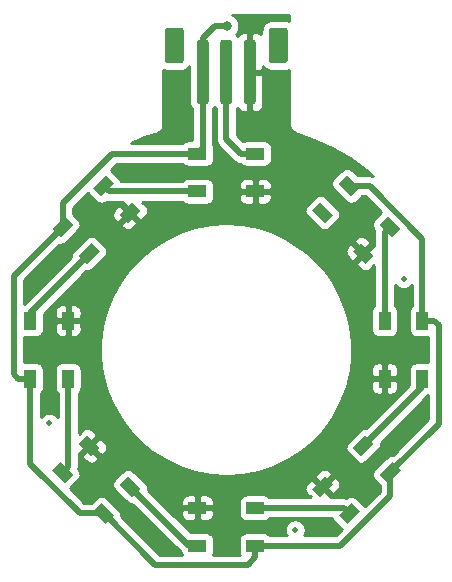
<source format=gtl>
G04 #@! TF.GenerationSoftware,KiCad,Pcbnew,5.1.9+dfsg1-1~bpo10+1*
G04 #@! TF.CreationDate,2021-04-25T17:20:20+00:00*
G04 #@! TF.ProjectId,ringLight,72696e67-4c69-4676-9874-2e6b69636164,rev?*
G04 #@! TF.SameCoordinates,Original*
G04 #@! TF.FileFunction,Copper,L1,Top*
G04 #@! TF.FilePolarity,Positive*
%FSLAX46Y46*%
G04 Gerber Fmt 4.6, Leading zero omitted, Abs format (unit mm)*
G04 Created by KiCad (PCBNEW 5.1.9+dfsg1-1~bpo10+1) date 2021-04-25 17:20:20*
%MOMM*%
%LPD*%
G01*
G04 APERTURE LIST*
G04 #@! TA.AperFunction,SMDPad,CuDef*
%ADD10C,0.500000*%
G04 #@! TD*
G04 #@! TA.AperFunction,SMDPad,CuDef*
%ADD11R,1.500000X1.000000*%
G04 #@! TD*
G04 #@! TA.AperFunction,SMDPad,CuDef*
%ADD12C,0.100000*%
G04 #@! TD*
G04 #@! TA.AperFunction,SMDPad,CuDef*
%ADD13R,1.000000X1.500000*%
G04 #@! TD*
G04 #@! TA.AperFunction,ViaPad*
%ADD14C,0.800000*%
G04 #@! TD*
G04 #@! TA.AperFunction,Conductor*
%ADD15C,0.500000*%
G04 #@! TD*
G04 #@! TA.AperFunction,Conductor*
%ADD16C,0.254000*%
G04 #@! TD*
G04 #@! TA.AperFunction,Conductor*
%ADD17C,0.100000*%
G04 #@! TD*
G04 APERTURE END LIST*
D10*
X5842000Y-15240000D03*
X-15000000Y-6250000D03*
X15000000Y6000000D03*
D11*
X2450000Y13400000D03*
X2450000Y16600000D03*
X-2450000Y13400000D03*
X-2450000Y16600000D03*
G04 #@! TA.AperFunction,SMDPad,CuDef*
D12*
G36*
X-14040559Y9515076D02*
G01*
X-14747665Y10222182D01*
X-13687005Y11282842D01*
X-12979899Y10575736D01*
X-14040559Y9515076D01*
G37*
G04 #@! TD.AperFunction*
G04 #@! TA.AperFunction,SMDPad,CuDef*
G36*
X-11777818Y7252335D02*
G01*
X-12484924Y7959441D01*
X-11424264Y9020101D01*
X-10717158Y8312995D01*
X-11777818Y7252335D01*
G37*
G04 #@! TD.AperFunction*
G04 #@! TA.AperFunction,SMDPad,CuDef*
G36*
X-10575736Y12979899D02*
G01*
X-11282842Y13687005D01*
X-10222182Y14747665D01*
X-9515076Y14040559D01*
X-10575736Y12979899D01*
G37*
G04 #@! TD.AperFunction*
G04 #@! TA.AperFunction,SMDPad,CuDef*
G36*
X-8312995Y10717158D02*
G01*
X-9020101Y11424264D01*
X-7959441Y12484924D01*
X-7252335Y11777818D01*
X-8312995Y10717158D01*
G37*
G04 #@! TD.AperFunction*
D13*
X-13400000Y2450000D03*
X-16600000Y2450000D03*
X-13400000Y-2450000D03*
X-16600000Y-2450000D03*
G04 #@! TA.AperFunction,SMDPad,CuDef*
D12*
G36*
X-9515076Y-14040559D02*
G01*
X-10222182Y-14747665D01*
X-11282842Y-13687005D01*
X-10575736Y-12979899D01*
X-9515076Y-14040559D01*
G37*
G04 #@! TD.AperFunction*
G04 #@! TA.AperFunction,SMDPad,CuDef*
G36*
X-7252335Y-11777818D02*
G01*
X-7959441Y-12484924D01*
X-9020101Y-11424264D01*
X-8312995Y-10717158D01*
X-7252335Y-11777818D01*
G37*
G04 #@! TD.AperFunction*
G04 #@! TA.AperFunction,SMDPad,CuDef*
G36*
X-12979899Y-10575736D02*
G01*
X-13687005Y-11282842D01*
X-14747665Y-10222182D01*
X-14040559Y-9515076D01*
X-12979899Y-10575736D01*
G37*
G04 #@! TD.AperFunction*
G04 #@! TA.AperFunction,SMDPad,CuDef*
G36*
X-10717158Y-8312995D02*
G01*
X-11424264Y-9020101D01*
X-12484924Y-7959441D01*
X-11777818Y-7252335D01*
X-10717158Y-8312995D01*
G37*
G04 #@! TD.AperFunction*
D11*
X-2450000Y-13400000D03*
X-2450000Y-16600000D03*
X2450000Y-13400000D03*
X2450000Y-16600000D03*
G04 #@! TA.AperFunction,SMDPad,CuDef*
D12*
G36*
X14040559Y-9515076D02*
G01*
X14747665Y-10222182D01*
X13687005Y-11282842D01*
X12979899Y-10575736D01*
X14040559Y-9515076D01*
G37*
G04 #@! TD.AperFunction*
G04 #@! TA.AperFunction,SMDPad,CuDef*
G36*
X11777818Y-7252335D02*
G01*
X12484924Y-7959441D01*
X11424264Y-9020101D01*
X10717158Y-8312995D01*
X11777818Y-7252335D01*
G37*
G04 #@! TD.AperFunction*
G04 #@! TA.AperFunction,SMDPad,CuDef*
G36*
X10575736Y-12979899D02*
G01*
X11282842Y-13687005D01*
X10222182Y-14747665D01*
X9515076Y-14040559D01*
X10575736Y-12979899D01*
G37*
G04 #@! TD.AperFunction*
G04 #@! TA.AperFunction,SMDPad,CuDef*
G36*
X8312995Y-10717158D02*
G01*
X9020101Y-11424264D01*
X7959441Y-12484924D01*
X7252335Y-11777818D01*
X8312995Y-10717158D01*
G37*
G04 #@! TD.AperFunction*
D13*
X13400000Y-2450000D03*
X16600000Y-2450000D03*
X13400000Y2450000D03*
X16600000Y2450000D03*
G04 #@! TA.AperFunction,SMDPad,CuDef*
D12*
G36*
X9515076Y14040559D02*
G01*
X10222182Y14747665D01*
X11282842Y13687005D01*
X10575736Y12979899D01*
X9515076Y14040559D01*
G37*
G04 #@! TD.AperFunction*
G04 #@! TA.AperFunction,SMDPad,CuDef*
G36*
X7252335Y11777818D02*
G01*
X7959441Y12484924D01*
X9020101Y11424264D01*
X8312995Y10717158D01*
X7252335Y11777818D01*
G37*
G04 #@! TD.AperFunction*
G04 #@! TA.AperFunction,SMDPad,CuDef*
G36*
X12979899Y10575736D02*
G01*
X13687005Y11282842D01*
X14747665Y10222182D01*
X14040559Y9515076D01*
X12979899Y10575736D01*
G37*
G04 #@! TD.AperFunction*
G04 #@! TA.AperFunction,SMDPad,CuDef*
G36*
X10717158Y8312995D02*
G01*
X11424264Y9020101D01*
X12484924Y7959441D01*
X11777818Y7252335D01*
X10717158Y8312995D01*
G37*
G04 #@! TD.AperFunction*
G04 #@! TA.AperFunction,SMDPad,CuDef*
G36*
G01*
X3600000Y24500000D02*
X3600000Y27000000D01*
G75*
G02*
X3850000Y27250000I250000J0D01*
G01*
X4950000Y27250000D01*
G75*
G02*
X5200000Y27000000I0J-250000D01*
G01*
X5200000Y24500000D01*
G75*
G02*
X4950000Y24250000I-250000J0D01*
G01*
X3850000Y24250000D01*
G75*
G02*
X3600000Y24500000I0J250000D01*
G01*
G37*
G04 #@! TD.AperFunction*
G04 #@! TA.AperFunction,SMDPad,CuDef*
G36*
G01*
X-5200000Y24500000D02*
X-5200000Y27000000D01*
G75*
G02*
X-4950000Y27250000I250000J0D01*
G01*
X-3850000Y27250000D01*
G75*
G02*
X-3600000Y27000000I0J-250000D01*
G01*
X-3600000Y24500000D01*
G75*
G02*
X-3850000Y24250000I-250000J0D01*
G01*
X-4950000Y24250000D01*
G75*
G02*
X-5200000Y24500000I0J250000D01*
G01*
G37*
G04 #@! TD.AperFunction*
G04 #@! TA.AperFunction,SMDPad,CuDef*
G36*
G01*
X1500000Y21000000D02*
X1500000Y26000000D01*
G75*
G02*
X1750000Y26250000I250000J0D01*
G01*
X2250000Y26250000D01*
G75*
G02*
X2500000Y26000000I0J-250000D01*
G01*
X2500000Y21000000D01*
G75*
G02*
X2250000Y20750000I-250000J0D01*
G01*
X1750000Y20750000D01*
G75*
G02*
X1500000Y21000000I0J250000D01*
G01*
G37*
G04 #@! TD.AperFunction*
G04 #@! TA.AperFunction,SMDPad,CuDef*
G36*
G01*
X-500000Y21000000D02*
X-500000Y26000000D01*
G75*
G02*
X-250000Y26250000I250000J0D01*
G01*
X250000Y26250000D01*
G75*
G02*
X500000Y26000000I0J-250000D01*
G01*
X500000Y21000000D01*
G75*
G02*
X250000Y20750000I-250000J0D01*
G01*
X-250000Y20750000D01*
G75*
G02*
X-500000Y21000000I0J250000D01*
G01*
G37*
G04 #@! TD.AperFunction*
G04 #@! TA.AperFunction,SMDPad,CuDef*
G36*
G01*
X-2500000Y21000000D02*
X-2500000Y26000000D01*
G75*
G02*
X-2250000Y26250000I250000J0D01*
G01*
X-1750000Y26250000D01*
G75*
G02*
X-1500000Y26000000I0J-250000D01*
G01*
X-1500000Y21000000D01*
G75*
G02*
X-1750000Y20750000I-250000J0D01*
G01*
X-2250000Y20750000D01*
G75*
G02*
X-2500000Y21000000I0J250000D01*
G01*
G37*
G04 #@! TD.AperFunction*
D14*
X-4250000Y18750000D03*
X8000000Y8180000D03*
X0Y23500000D03*
X60000Y27410000D03*
D15*
X1200000Y16600000D02*
X2450000Y16600000D01*
X0Y17800000D02*
X1200000Y16600000D01*
X0Y23500000D02*
X0Y17800000D01*
X-9935177Y13400000D02*
X-10398959Y13863782D01*
X-2450000Y13400000D02*
X-9935177Y13400000D01*
X-2000000Y17050000D02*
X-2450000Y16600000D01*
X-2000000Y23500000D02*
X-2000000Y17050000D01*
X-2450000Y16600000D02*
X-9650000Y16600000D01*
X-13863782Y12386218D02*
X-13863782Y10398959D01*
X-9650000Y16600000D02*
X-13863782Y12386218D01*
X-13863782Y10398959D02*
X-18000000Y6262741D01*
X-17600000Y-2450000D02*
X-16600000Y-2450000D01*
X-18000000Y-2050000D02*
X-17600000Y-2450000D01*
X-18000000Y6262741D02*
X-18000000Y-2050000D01*
X-16600000Y-2450000D02*
X-16600000Y-9650000D01*
X-12386218Y-13863782D02*
X-10398959Y-13863782D01*
X-16600000Y-9650000D02*
X-12386218Y-13863782D01*
X-10398959Y-13863782D02*
X-6012741Y-18250000D01*
X2450000Y-17600000D02*
X2450000Y-16600000D01*
X1800000Y-18250000D02*
X2450000Y-17600000D01*
X-6012741Y-18250000D02*
X1800000Y-18250000D01*
X2450000Y-16600000D02*
X9650000Y-16600000D01*
X13863782Y-12386218D02*
X13863782Y-10398959D01*
X9650000Y-16600000D02*
X13863782Y-12386218D01*
X13863782Y-10398959D02*
X18000000Y-6262741D01*
X17600000Y2450000D02*
X16600000Y2450000D01*
X18000000Y2050000D02*
X17600000Y2450000D01*
X18000000Y-6262741D02*
X18000000Y2050000D01*
X16600000Y2450000D02*
X16600000Y9400000D01*
X12136218Y13863782D02*
X10398959Y13863782D01*
X16600000Y9400000D02*
X12136218Y13863782D01*
X-2000000Y23500000D02*
X-2000000Y26360000D01*
X-950000Y27410000D02*
X60000Y27410000D01*
X-2000000Y26360000D02*
X-950000Y27410000D01*
X-16600000Y3137259D02*
X-16600000Y2450000D01*
X-11601041Y8136218D02*
X-16600000Y3137259D01*
X-13400000Y-2450000D02*
X-13400000Y-9935177D01*
X-13400000Y-9935177D02*
X-13863782Y-10398959D01*
X-3137259Y-16600000D02*
X-2450000Y-16600000D01*
X-8136218Y-11601041D02*
X-3137259Y-16600000D01*
X9935177Y-13400000D02*
X10398959Y-13863782D01*
X2450000Y-13400000D02*
X9935177Y-13400000D01*
X16600000Y-3137259D02*
X16600000Y-2450000D01*
X11601041Y-8136218D02*
X16600000Y-3137259D01*
X13400000Y9935177D02*
X13863782Y10398959D01*
X13400000Y2450000D02*
X13400000Y9935177D01*
D16*
X5340001Y27793666D02*
X5289850Y27820472D01*
X5123254Y27871008D01*
X4950000Y27888072D01*
X3850000Y27888072D01*
X3676746Y27871008D01*
X3510150Y27820472D01*
X3356614Y27738405D01*
X3222038Y27627962D01*
X3111595Y27493386D01*
X3029528Y27339850D01*
X2978992Y27173254D01*
X2961928Y27000000D01*
X2961928Y26688095D01*
X2951185Y26701185D01*
X2854494Y26780537D01*
X2744180Y26839502D01*
X2624482Y26875812D01*
X2500000Y26888072D01*
X2285750Y26885000D01*
X2127000Y26726250D01*
X2127000Y23627000D01*
X2976250Y23627000D01*
X3135000Y23785750D01*
X3135239Y23977803D01*
X3222038Y23872038D01*
X3356614Y23761595D01*
X3510150Y23679528D01*
X3676746Y23628992D01*
X3850000Y23611928D01*
X4950000Y23611928D01*
X5123254Y23628992D01*
X5289850Y23679528D01*
X5339999Y23706334D01*
X5339998Y18967583D01*
X5349548Y18870619D01*
X5387288Y18746209D01*
X5448573Y18631552D01*
X5531050Y18531054D01*
X5631548Y18448577D01*
X5746205Y18387292D01*
X5790737Y18373783D01*
X7411073Y17781608D01*
X8962423Y17052406D01*
X10442804Y16188189D01*
X11840502Y15195792D01*
X12417748Y14703203D01*
X12309708Y14735977D01*
X12179695Y14748782D01*
X12179687Y14748782D01*
X12136218Y14753063D01*
X12092749Y14748782D01*
X11123435Y14748782D01*
X10673367Y15198850D01*
X10576676Y15278202D01*
X10466362Y15337167D01*
X10346664Y15373477D01*
X10222182Y15385737D01*
X10097700Y15373477D01*
X9978002Y15337167D01*
X9867688Y15278202D01*
X9770997Y15198850D01*
X9063891Y14491744D01*
X8984539Y14395053D01*
X8925574Y14284739D01*
X8889264Y14165041D01*
X8877004Y14040559D01*
X8889264Y13916077D01*
X8925574Y13796379D01*
X8984539Y13686065D01*
X9063891Y13589374D01*
X10124551Y12528714D01*
X10221242Y12449362D01*
X10331556Y12390397D01*
X10451254Y12354087D01*
X10575736Y12341827D01*
X10700218Y12354087D01*
X10819916Y12390397D01*
X10930230Y12449362D01*
X11026921Y12528714D01*
X11476989Y12978782D01*
X11769640Y12978782D01*
X13125107Y11623314D01*
X12528714Y11026921D01*
X12449362Y10930230D01*
X12390397Y10819916D01*
X12354087Y10700218D01*
X12341827Y10575736D01*
X12354087Y10451254D01*
X12390397Y10331556D01*
X12449362Y10221242D01*
X12528714Y10124551D01*
X12531714Y10121551D01*
X12527805Y10108667D01*
X12510719Y9935177D01*
X12515001Y9891698D01*
X12515001Y8736728D01*
X12381157Y8736728D01*
X11780646Y8136218D01*
X11794789Y8122076D01*
X11615184Y7942471D01*
X11601041Y7956613D01*
X11000531Y7356102D01*
X11000531Y7131596D01*
X11326633Y6801149D01*
X11423324Y6721797D01*
X11533638Y6662832D01*
X11653336Y6626523D01*
X11777818Y6614263D01*
X11902299Y6626523D01*
X12021997Y6662832D01*
X12132312Y6721797D01*
X12229003Y6801149D01*
X12378328Y6954819D01*
X12378328Y7179323D01*
X12490580Y7067071D01*
X12515001Y7091492D01*
X12515000Y3705502D01*
X12448815Y3651185D01*
X12369463Y3554494D01*
X12310498Y3444180D01*
X12274188Y3324482D01*
X12261928Y3200000D01*
X12261928Y1700000D01*
X12274188Y1575518D01*
X12310498Y1455820D01*
X12369463Y1345506D01*
X12448815Y1248815D01*
X12545506Y1169463D01*
X12655820Y1110498D01*
X12775518Y1074188D01*
X12900000Y1061928D01*
X13900000Y1061928D01*
X14024482Y1074188D01*
X14144180Y1110498D01*
X14254494Y1169463D01*
X14351185Y1248815D01*
X14430537Y1345506D01*
X14489502Y1455820D01*
X14525812Y1575518D01*
X14538072Y1700000D01*
X14538072Y3200000D01*
X14525812Y3324482D01*
X14489502Y3444180D01*
X14430537Y3554494D01*
X14351185Y3651185D01*
X14285000Y3705501D01*
X14285000Y5477115D01*
X14312576Y5435845D01*
X14435845Y5312576D01*
X14580795Y5215723D01*
X14741855Y5149010D01*
X14912835Y5115000D01*
X15087165Y5115000D01*
X15258145Y5149010D01*
X15419205Y5215723D01*
X15564155Y5312576D01*
X15687424Y5435845D01*
X15715000Y5477116D01*
X15715000Y3705502D01*
X15648815Y3651185D01*
X15569463Y3554494D01*
X15510498Y3444180D01*
X15474188Y3324482D01*
X15461928Y3200000D01*
X15461928Y1700000D01*
X15474188Y1575518D01*
X15510498Y1455820D01*
X15569463Y1345506D01*
X15648815Y1248815D01*
X15745506Y1169463D01*
X15855820Y1110498D01*
X15975518Y1074188D01*
X16100000Y1061928D01*
X17100000Y1061928D01*
X17115001Y1063405D01*
X17115001Y-1063405D01*
X17100000Y-1061928D01*
X16100000Y-1061928D01*
X15975518Y-1074188D01*
X15855820Y-1110498D01*
X15745506Y-1169463D01*
X15648815Y-1248815D01*
X15569463Y-1345506D01*
X15510498Y-1455820D01*
X15474188Y-1575518D01*
X15461928Y-1700000D01*
X15461928Y-3023752D01*
X11863026Y-6622655D01*
X11777818Y-6614263D01*
X11653336Y-6626523D01*
X11533638Y-6662833D01*
X11423324Y-6721798D01*
X11326633Y-6801150D01*
X10265973Y-7861810D01*
X10186621Y-7958501D01*
X10127656Y-8068815D01*
X10091346Y-8188513D01*
X10079086Y-8312995D01*
X10091346Y-8437477D01*
X10127656Y-8557175D01*
X10186621Y-8667489D01*
X10265973Y-8764180D01*
X10973079Y-9471286D01*
X11069770Y-9550638D01*
X11180084Y-9609603D01*
X11299782Y-9645913D01*
X11424264Y-9658173D01*
X11548746Y-9645913D01*
X11668444Y-9609603D01*
X11778758Y-9550638D01*
X11875449Y-9471286D01*
X12936109Y-8410626D01*
X13015461Y-8313935D01*
X13074426Y-8203621D01*
X13110736Y-8083923D01*
X13122996Y-7959441D01*
X13114604Y-7874233D01*
X17115000Y-3873838D01*
X17115000Y-5896162D01*
X14125767Y-8885396D01*
X14040559Y-8877004D01*
X13916077Y-8889264D01*
X13796379Y-8925574D01*
X13686065Y-8984539D01*
X13589374Y-9063891D01*
X12528714Y-10124551D01*
X12449362Y-10221242D01*
X12390397Y-10331556D01*
X12354087Y-10451254D01*
X12341827Y-10575736D01*
X12354087Y-10700218D01*
X12390397Y-10819916D01*
X12449362Y-10930230D01*
X12528714Y-11026921D01*
X12978782Y-11476989D01*
X12978782Y-12019639D01*
X11746907Y-13251514D01*
X11734027Y-13235820D01*
X11026921Y-12528714D01*
X10930230Y-12449362D01*
X10819916Y-12390397D01*
X10700218Y-12354087D01*
X10575736Y-12341827D01*
X10451254Y-12354087D01*
X10331556Y-12390397D01*
X10221242Y-12449362D01*
X10124551Y-12528714D01*
X10121551Y-12531714D01*
X10108667Y-12527805D01*
X9978654Y-12515000D01*
X9978646Y-12515000D01*
X9935177Y-12510719D01*
X9891708Y-12515000D01*
X8736728Y-12515000D01*
X8736728Y-12381157D01*
X8136218Y-11780646D01*
X8122076Y-11794789D01*
X7942471Y-11615184D01*
X7956613Y-11601041D01*
X8315823Y-11601041D01*
X8916334Y-12201551D01*
X9140840Y-12201551D01*
X9471287Y-11875449D01*
X9550639Y-11778758D01*
X9609604Y-11668444D01*
X9645913Y-11548746D01*
X9658173Y-11424264D01*
X9645913Y-11299783D01*
X9609604Y-11180085D01*
X9550639Y-11069770D01*
X9471287Y-10973079D01*
X9317617Y-10823754D01*
X9093110Y-10823754D01*
X8315823Y-11601041D01*
X7956613Y-11601041D01*
X7356102Y-11000531D01*
X7131596Y-11000531D01*
X6801149Y-11326633D01*
X6721797Y-11423324D01*
X6662832Y-11533638D01*
X6626523Y-11653336D01*
X6614263Y-11777818D01*
X6626523Y-11902299D01*
X6662832Y-12021997D01*
X6721797Y-12132312D01*
X6801149Y-12229003D01*
X6954819Y-12378328D01*
X7179323Y-12378328D01*
X7067071Y-12490580D01*
X7091491Y-12515000D01*
X3705501Y-12515000D01*
X3651185Y-12448815D01*
X3554494Y-12369463D01*
X3444180Y-12310498D01*
X3324482Y-12274188D01*
X3200000Y-12261928D01*
X1700000Y-12261928D01*
X1575518Y-12274188D01*
X1455820Y-12310498D01*
X1345506Y-12369463D01*
X1248815Y-12448815D01*
X1169463Y-12545506D01*
X1110498Y-12655820D01*
X1074188Y-12775518D01*
X1061928Y-12900000D01*
X1061928Y-13900000D01*
X1074188Y-14024482D01*
X1110498Y-14144180D01*
X1169463Y-14254494D01*
X1248815Y-14351185D01*
X1345506Y-14430537D01*
X1455820Y-14489502D01*
X1575518Y-14525812D01*
X1700000Y-14538072D01*
X3200000Y-14538072D01*
X3324482Y-14525812D01*
X3444180Y-14489502D01*
X3554494Y-14430537D01*
X3651185Y-14351185D01*
X3705501Y-14285000D01*
X8925714Y-14285000D01*
X8984539Y-14395053D01*
X9063891Y-14491744D01*
X9770997Y-15198850D01*
X9786692Y-15211730D01*
X9283422Y-15715000D01*
X6588996Y-15715000D01*
X6626277Y-15659205D01*
X6692990Y-15498145D01*
X6727000Y-15327165D01*
X6727000Y-15152835D01*
X6692990Y-14981855D01*
X6626277Y-14820795D01*
X6529424Y-14675845D01*
X6406155Y-14552576D01*
X6261205Y-14455723D01*
X6100145Y-14389010D01*
X5929165Y-14355000D01*
X5754835Y-14355000D01*
X5583855Y-14389010D01*
X5422795Y-14455723D01*
X5277845Y-14552576D01*
X5154576Y-14675845D01*
X5057723Y-14820795D01*
X4991010Y-14981855D01*
X4957000Y-15152835D01*
X4957000Y-15327165D01*
X4991010Y-15498145D01*
X5057723Y-15659205D01*
X5095004Y-15715000D01*
X3705501Y-15715000D01*
X3651185Y-15648815D01*
X3554494Y-15569463D01*
X3444180Y-15510498D01*
X3324482Y-15474188D01*
X3200000Y-15461928D01*
X1700000Y-15461928D01*
X1575518Y-15474188D01*
X1455820Y-15510498D01*
X1345506Y-15569463D01*
X1248815Y-15648815D01*
X1169463Y-15745506D01*
X1110498Y-15855820D01*
X1074188Y-15975518D01*
X1061928Y-16100000D01*
X1061928Y-17100000D01*
X1074188Y-17224482D01*
X1110498Y-17344180D01*
X1121627Y-17365000D01*
X-1121627Y-17365000D01*
X-1110498Y-17344180D01*
X-1074188Y-17224482D01*
X-1061928Y-17100000D01*
X-1061928Y-16100000D01*
X-1074188Y-15975518D01*
X-1110498Y-15855820D01*
X-1169463Y-15745506D01*
X-1248815Y-15648815D01*
X-1345506Y-15569463D01*
X-1455820Y-15510498D01*
X-1575518Y-15474188D01*
X-1700000Y-15461928D01*
X-3023752Y-15461928D01*
X-4585680Y-13900000D01*
X-3838072Y-13900000D01*
X-3825812Y-14024482D01*
X-3789502Y-14144180D01*
X-3730537Y-14254494D01*
X-3651185Y-14351185D01*
X-3554494Y-14430537D01*
X-3444180Y-14489502D01*
X-3324482Y-14525812D01*
X-3200000Y-14538072D01*
X-2735750Y-14535000D01*
X-2577000Y-14376250D01*
X-2577000Y-13527000D01*
X-2323000Y-13527000D01*
X-2323000Y-14376250D01*
X-2164250Y-14535000D01*
X-1700000Y-14538072D01*
X-1575518Y-14525812D01*
X-1455820Y-14489502D01*
X-1345506Y-14430537D01*
X-1248815Y-14351185D01*
X-1169463Y-14254494D01*
X-1110498Y-14144180D01*
X-1074188Y-14024482D01*
X-1061928Y-13900000D01*
X-1065000Y-13685750D01*
X-1223750Y-13527000D01*
X-2323000Y-13527000D01*
X-2577000Y-13527000D01*
X-3676250Y-13527000D01*
X-3835000Y-13685750D01*
X-3838072Y-13900000D01*
X-4585680Y-13900000D01*
X-5585680Y-12900000D01*
X-3838072Y-12900000D01*
X-3835000Y-13114250D01*
X-3676250Y-13273000D01*
X-2577000Y-13273000D01*
X-2577000Y-12423750D01*
X-2323000Y-12423750D01*
X-2323000Y-13273000D01*
X-1223750Y-13273000D01*
X-1065000Y-13114250D01*
X-1061928Y-12900000D01*
X-1074188Y-12775518D01*
X-1110498Y-12655820D01*
X-1169463Y-12545506D01*
X-1248815Y-12448815D01*
X-1345506Y-12369463D01*
X-1455820Y-12310498D01*
X-1575518Y-12274188D01*
X-1700000Y-12261928D01*
X-2164250Y-12265000D01*
X-2323000Y-12423750D01*
X-2577000Y-12423750D01*
X-2735750Y-12265000D01*
X-3200000Y-12261928D01*
X-3324482Y-12274188D01*
X-3444180Y-12310498D01*
X-3554494Y-12369463D01*
X-3651185Y-12448815D01*
X-3730537Y-12545506D01*
X-3789502Y-12655820D01*
X-3825812Y-12775518D01*
X-3838072Y-12900000D01*
X-5585680Y-12900000D01*
X-6622655Y-11863026D01*
X-6614263Y-11777818D01*
X-6626523Y-11653336D01*
X-6662833Y-11533638D01*
X-6721798Y-11423324D01*
X-6801150Y-11326633D01*
X-7861810Y-10265973D01*
X-7958501Y-10186621D01*
X-8068815Y-10127656D01*
X-8188513Y-10091346D01*
X-8312995Y-10079086D01*
X-8437477Y-10091346D01*
X-8557175Y-10127656D01*
X-8667489Y-10186621D01*
X-8764180Y-10265973D01*
X-9471286Y-10973079D01*
X-9550638Y-11069770D01*
X-9609603Y-11180084D01*
X-9645913Y-11299782D01*
X-9658173Y-11424264D01*
X-9645913Y-11548746D01*
X-9609603Y-11668444D01*
X-9550638Y-11778758D01*
X-9471286Y-11875449D01*
X-8410626Y-12936109D01*
X-8313935Y-13015461D01*
X-8203621Y-13074426D01*
X-8083923Y-13110736D01*
X-7959441Y-13122996D01*
X-7874233Y-13114604D01*
X-3832526Y-17156312D01*
X-3825812Y-17224482D01*
X-3789502Y-17344180D01*
X-3778373Y-17365000D01*
X-5646162Y-17365000D01*
X-8885396Y-14125767D01*
X-8877004Y-14040559D01*
X-8889264Y-13916077D01*
X-8925574Y-13796379D01*
X-8984539Y-13686065D01*
X-9063891Y-13589374D01*
X-10124551Y-12528714D01*
X-10221242Y-12449362D01*
X-10331556Y-12390397D01*
X-10451254Y-12354087D01*
X-10575736Y-12341827D01*
X-10700218Y-12354087D01*
X-10819916Y-12390397D01*
X-10930230Y-12449362D01*
X-11026921Y-12528714D01*
X-11476989Y-12978782D01*
X-12019639Y-12978782D01*
X-13251514Y-11746907D01*
X-13235820Y-11734027D01*
X-12528714Y-11026921D01*
X-12449362Y-10930230D01*
X-12390397Y-10819916D01*
X-12354087Y-10700218D01*
X-12341827Y-10575736D01*
X-12354087Y-10451254D01*
X-12390397Y-10331556D01*
X-12449362Y-10221242D01*
X-12528714Y-10124551D01*
X-12531714Y-10121551D01*
X-12527805Y-10108667D01*
X-12515000Y-9978654D01*
X-12515000Y-9978646D01*
X-12510719Y-9935177D01*
X-12515000Y-9891708D01*
X-12515000Y-8916334D01*
X-12201551Y-8916334D01*
X-12201551Y-9140840D01*
X-11875449Y-9471287D01*
X-11778758Y-9550639D01*
X-11668444Y-9609604D01*
X-11548746Y-9645913D01*
X-11424264Y-9658173D01*
X-11299783Y-9645913D01*
X-11180085Y-9609604D01*
X-11069770Y-9550639D01*
X-10973079Y-9471287D01*
X-10823754Y-9317617D01*
X-10823754Y-9093110D01*
X-11601041Y-8315823D01*
X-12201551Y-8916334D01*
X-12515000Y-8916334D01*
X-12515000Y-8736728D01*
X-12381157Y-8736728D01*
X-11780646Y-8136218D01*
X-11421436Y-8136218D01*
X-10644149Y-8913505D01*
X-10419642Y-8913505D01*
X-10265972Y-8764180D01*
X-10186620Y-8667489D01*
X-10127655Y-8557174D01*
X-10091346Y-8437476D01*
X-10079086Y-8312995D01*
X-10091346Y-8188513D01*
X-10127655Y-8068815D01*
X-10186620Y-7958501D01*
X-10265972Y-7861810D01*
X-10596419Y-7535708D01*
X-10820925Y-7535708D01*
X-11421436Y-8136218D01*
X-11780646Y-8136218D01*
X-11794789Y-8122076D01*
X-11615184Y-7942471D01*
X-11601041Y-7956613D01*
X-11000531Y-7356102D01*
X-11000531Y-7131596D01*
X-11326633Y-6801149D01*
X-11423324Y-6721797D01*
X-11533638Y-6662832D01*
X-11653336Y-6626523D01*
X-11777818Y-6614263D01*
X-11902299Y-6626523D01*
X-12021997Y-6662832D01*
X-12132312Y-6721797D01*
X-12229003Y-6801149D01*
X-12378328Y-6954819D01*
X-12378328Y-7179323D01*
X-12490580Y-7067071D01*
X-12515000Y-7091491D01*
X-12515000Y-3705501D01*
X-12448815Y-3651185D01*
X-12369463Y-3554494D01*
X-12310498Y-3444180D01*
X-12274188Y-3324482D01*
X-12261928Y-3200000D01*
X-12261928Y-1700000D01*
X-12274188Y-1575518D01*
X-12310498Y-1455820D01*
X-12369463Y-1345506D01*
X-12448815Y-1248815D01*
X-12545506Y-1169463D01*
X-12655820Y-1110498D01*
X-12775518Y-1074188D01*
X-12900000Y-1061928D01*
X-13900000Y-1061928D01*
X-14024482Y-1074188D01*
X-14144180Y-1110498D01*
X-14254494Y-1169463D01*
X-14351185Y-1248815D01*
X-14430537Y-1345506D01*
X-14489502Y-1455820D01*
X-14525812Y-1575518D01*
X-14538072Y-1700000D01*
X-14538072Y-3200000D01*
X-14525812Y-3324482D01*
X-14489502Y-3444180D01*
X-14430537Y-3554494D01*
X-14351185Y-3651185D01*
X-14285000Y-3705502D01*
X-14285000Y-5727116D01*
X-14312576Y-5685845D01*
X-14435845Y-5562576D01*
X-14580795Y-5465723D01*
X-14741855Y-5399010D01*
X-14912835Y-5365000D01*
X-15087165Y-5365000D01*
X-15258145Y-5399010D01*
X-15419205Y-5465723D01*
X-15564155Y-5562576D01*
X-15687424Y-5685845D01*
X-15715000Y-5727115D01*
X-15715000Y-3705501D01*
X-15648815Y-3651185D01*
X-15569463Y-3554494D01*
X-15510498Y-3444180D01*
X-15474188Y-3324482D01*
X-15461928Y-3200000D01*
X-15461928Y-1700000D01*
X-15474188Y-1575518D01*
X-15510498Y-1455820D01*
X-15569463Y-1345506D01*
X-15648815Y-1248815D01*
X-15745506Y-1169463D01*
X-15855820Y-1110498D01*
X-15975518Y-1074188D01*
X-16100000Y-1061928D01*
X-17100000Y-1061928D01*
X-17115000Y-1063405D01*
X-17115000Y670603D01*
X-10658925Y670603D01*
X-10658925Y-670603D01*
X-10490828Y-2001232D01*
X-10157284Y-3300301D01*
X-9663553Y-4547323D01*
X-9017422Y-5722630D01*
X-8229081Y-6807688D01*
X-7310963Y-7785385D01*
X-6277546Y-8640301D01*
X-5145129Y-9358955D01*
X-3931570Y-9930013D01*
X-2656008Y-10344468D01*
X-1338559Y-10595785D01*
X0Y-10680000D01*
X1328481Y-10596419D01*
X7535708Y-10596419D01*
X7535708Y-10820925D01*
X8136218Y-11421436D01*
X8913505Y-10644149D01*
X8913505Y-10419642D01*
X8764180Y-10265972D01*
X8667489Y-10186620D01*
X8557174Y-10127655D01*
X8437476Y-10091346D01*
X8312995Y-10079086D01*
X8188513Y-10091346D01*
X8068815Y-10127655D01*
X7958501Y-10186620D01*
X7861810Y-10265972D01*
X7535708Y-10596419D01*
X1328481Y-10596419D01*
X1338559Y-10595785D01*
X2656008Y-10344468D01*
X3931570Y-9930013D01*
X5145129Y-9358955D01*
X6277546Y-8640301D01*
X7310963Y-7785385D01*
X8229081Y-6807688D01*
X9017422Y-5722630D01*
X9663553Y-4547323D01*
X10157284Y-3300301D01*
X10183036Y-3200000D01*
X12261928Y-3200000D01*
X12274188Y-3324482D01*
X12310498Y-3444180D01*
X12369463Y-3554494D01*
X12448815Y-3651185D01*
X12545506Y-3730537D01*
X12655820Y-3789502D01*
X12775518Y-3825812D01*
X12900000Y-3838072D01*
X13114250Y-3835000D01*
X13273000Y-3676250D01*
X13273000Y-2577000D01*
X13527000Y-2577000D01*
X13527000Y-3676250D01*
X13685750Y-3835000D01*
X13900000Y-3838072D01*
X14024482Y-3825812D01*
X14144180Y-3789502D01*
X14254494Y-3730537D01*
X14351185Y-3651185D01*
X14430537Y-3554494D01*
X14489502Y-3444180D01*
X14525812Y-3324482D01*
X14538072Y-3200000D01*
X14535000Y-2735750D01*
X14376250Y-2577000D01*
X13527000Y-2577000D01*
X13273000Y-2577000D01*
X12423750Y-2577000D01*
X12265000Y-2735750D01*
X12261928Y-3200000D01*
X10183036Y-3200000D01*
X10490828Y-2001232D01*
X10528882Y-1700000D01*
X12261928Y-1700000D01*
X12265000Y-2164250D01*
X12423750Y-2323000D01*
X13273000Y-2323000D01*
X13273000Y-1223750D01*
X13527000Y-1223750D01*
X13527000Y-2323000D01*
X14376250Y-2323000D01*
X14535000Y-2164250D01*
X14538072Y-1700000D01*
X14525812Y-1575518D01*
X14489502Y-1455820D01*
X14430537Y-1345506D01*
X14351185Y-1248815D01*
X14254494Y-1169463D01*
X14144180Y-1110498D01*
X14024482Y-1074188D01*
X13900000Y-1061928D01*
X13685750Y-1065000D01*
X13527000Y-1223750D01*
X13273000Y-1223750D01*
X13114250Y-1065000D01*
X12900000Y-1061928D01*
X12775518Y-1074188D01*
X12655820Y-1110498D01*
X12545506Y-1169463D01*
X12448815Y-1248815D01*
X12369463Y-1345506D01*
X12310498Y-1455820D01*
X12274188Y-1575518D01*
X12261928Y-1700000D01*
X10528882Y-1700000D01*
X10658925Y-670603D01*
X10658925Y670603D01*
X10490828Y2001232D01*
X10157284Y3300301D01*
X9663553Y4547323D01*
X9017422Y5722630D01*
X8229081Y6807688D01*
X7310963Y7785385D01*
X6673192Y8312995D01*
X10079086Y8312995D01*
X10091346Y8188513D01*
X10127655Y8068815D01*
X10186620Y7958501D01*
X10265972Y7861810D01*
X10596419Y7535708D01*
X10820925Y7535708D01*
X11421436Y8136218D01*
X10644149Y8913505D01*
X10419642Y8913505D01*
X10265972Y8764180D01*
X10186620Y8667489D01*
X10127655Y8557174D01*
X10091346Y8437476D01*
X10079086Y8312995D01*
X6673192Y8312995D01*
X6277546Y8640301D01*
X5210268Y9317617D01*
X10823754Y9317617D01*
X10823754Y9093110D01*
X11601041Y8315823D01*
X12201551Y8916334D01*
X12201551Y9140840D01*
X11875449Y9471287D01*
X11778758Y9550639D01*
X11668444Y9609604D01*
X11548746Y9645913D01*
X11424264Y9658173D01*
X11299783Y9645913D01*
X11180085Y9609604D01*
X11069770Y9550639D01*
X10973079Y9471287D01*
X10823754Y9317617D01*
X5210268Y9317617D01*
X5145129Y9358955D01*
X3931570Y9930013D01*
X2656008Y10344468D01*
X1338559Y10595785D01*
X0Y10680000D01*
X-1338559Y10595785D01*
X-2656008Y10344468D01*
X-3931570Y9930013D01*
X-5145129Y9358955D01*
X-6277546Y8640301D01*
X-7310963Y7785385D01*
X-8229081Y6807688D01*
X-9017422Y5722630D01*
X-9663553Y4547323D01*
X-10157284Y3300301D01*
X-10490828Y2001232D01*
X-10658925Y670603D01*
X-17115000Y670603D01*
X-17115000Y1063405D01*
X-17100000Y1061928D01*
X-16100000Y1061928D01*
X-15975518Y1074188D01*
X-15855820Y1110498D01*
X-15745506Y1169463D01*
X-15648815Y1248815D01*
X-15569463Y1345506D01*
X-15510498Y1455820D01*
X-15474188Y1575518D01*
X-15461928Y1700000D01*
X-14538072Y1700000D01*
X-14525812Y1575518D01*
X-14489502Y1455820D01*
X-14430537Y1345506D01*
X-14351185Y1248815D01*
X-14254494Y1169463D01*
X-14144180Y1110498D01*
X-14024482Y1074188D01*
X-13900000Y1061928D01*
X-13685750Y1065000D01*
X-13527000Y1223750D01*
X-13527000Y2323000D01*
X-13273000Y2323000D01*
X-13273000Y1223750D01*
X-13114250Y1065000D01*
X-12900000Y1061928D01*
X-12775518Y1074188D01*
X-12655820Y1110498D01*
X-12545506Y1169463D01*
X-12448815Y1248815D01*
X-12369463Y1345506D01*
X-12310498Y1455820D01*
X-12274188Y1575518D01*
X-12261928Y1700000D01*
X-12265000Y2164250D01*
X-12423750Y2323000D01*
X-13273000Y2323000D01*
X-13527000Y2323000D01*
X-14376250Y2323000D01*
X-14535000Y2164250D01*
X-14538072Y1700000D01*
X-15461928Y1700000D01*
X-15461928Y3023753D01*
X-15285681Y3200000D01*
X-14538072Y3200000D01*
X-14535000Y2735750D01*
X-14376250Y2577000D01*
X-13527000Y2577000D01*
X-13527000Y3676250D01*
X-13273000Y3676250D01*
X-13273000Y2577000D01*
X-12423750Y2577000D01*
X-12265000Y2735750D01*
X-12261928Y3200000D01*
X-12274188Y3324482D01*
X-12310498Y3444180D01*
X-12369463Y3554494D01*
X-12448815Y3651185D01*
X-12545506Y3730537D01*
X-12655820Y3789502D01*
X-12775518Y3825812D01*
X-12900000Y3838072D01*
X-13114250Y3835000D01*
X-13273000Y3676250D01*
X-13527000Y3676250D01*
X-13685750Y3835000D01*
X-13900000Y3838072D01*
X-14024482Y3825812D01*
X-14144180Y3789502D01*
X-14254494Y3730537D01*
X-14351185Y3651185D01*
X-14430537Y3554494D01*
X-14489502Y3444180D01*
X-14525812Y3324482D01*
X-14538072Y3200000D01*
X-15285681Y3200000D01*
X-11863025Y6622655D01*
X-11777818Y6614263D01*
X-11653336Y6626523D01*
X-11533638Y6662833D01*
X-11423324Y6721798D01*
X-11326633Y6801150D01*
X-10265973Y7861810D01*
X-10186621Y7958501D01*
X-10127656Y8068815D01*
X-10091346Y8188513D01*
X-10079086Y8312995D01*
X-10091346Y8437477D01*
X-10127656Y8557175D01*
X-10186621Y8667489D01*
X-10265973Y8764180D01*
X-10973079Y9471286D01*
X-11069770Y9550638D01*
X-11180084Y9609603D01*
X-11299782Y9645913D01*
X-11424264Y9658173D01*
X-11548746Y9645913D01*
X-11668444Y9609603D01*
X-11778758Y9550638D01*
X-11875449Y9471286D01*
X-12936109Y8410626D01*
X-13015461Y8313935D01*
X-13074426Y8203621D01*
X-13110736Y8083923D01*
X-13122996Y7959441D01*
X-13114604Y7874234D01*
X-17115000Y3873837D01*
X-17115000Y5896163D01*
X-14125766Y8885396D01*
X-14040559Y8877004D01*
X-13916077Y8889264D01*
X-13796379Y8925574D01*
X-13686065Y8984539D01*
X-13589374Y9063891D01*
X-12528714Y10124551D01*
X-12449362Y10221242D01*
X-12390397Y10331556D01*
X-12354087Y10451254D01*
X-12341827Y10575736D01*
X-12348564Y10644149D01*
X-8913505Y10644149D01*
X-8913505Y10419642D01*
X-8764180Y10265972D01*
X-8667489Y10186620D01*
X-8557174Y10127655D01*
X-8437476Y10091346D01*
X-8312995Y10079086D01*
X-8188513Y10091346D01*
X-8068815Y10127655D01*
X-7958501Y10186620D01*
X-7861810Y10265972D01*
X-7535708Y10596419D01*
X-7535708Y10820925D01*
X-8136218Y11421436D01*
X-8913505Y10644149D01*
X-12348564Y10644149D01*
X-12354087Y10700218D01*
X-12390397Y10819916D01*
X-12449362Y10930230D01*
X-12528714Y11026921D01*
X-12926057Y11424264D01*
X-9658173Y11424264D01*
X-9645913Y11299783D01*
X-9609604Y11180085D01*
X-9550639Y11069770D01*
X-9471287Y10973079D01*
X-9317617Y10823754D01*
X-9093110Y10823754D01*
X-8315823Y11601041D01*
X-8916334Y12201551D01*
X-9140840Y12201551D01*
X-9471287Y11875449D01*
X-9550639Y11778758D01*
X-9609604Y11668444D01*
X-9645913Y11548746D01*
X-9658173Y11424264D01*
X-12926057Y11424264D01*
X-12978782Y11476989D01*
X-12978782Y12019640D01*
X-11746907Y13251515D01*
X-11734027Y13235820D01*
X-11026921Y12528714D01*
X-10930230Y12449362D01*
X-10819916Y12390397D01*
X-10700218Y12354087D01*
X-10575736Y12341827D01*
X-10451254Y12354087D01*
X-10331556Y12390397D01*
X-10221242Y12449362D01*
X-10124551Y12528714D01*
X-10121551Y12531714D01*
X-10108667Y12527805D01*
X-9978654Y12515000D01*
X-9978646Y12515000D01*
X-9935177Y12510719D01*
X-9891708Y12515000D01*
X-8736728Y12515000D01*
X-8736728Y12381157D01*
X-8136218Y11780646D01*
X-8122076Y11794789D01*
X-7942471Y11615184D01*
X-7956613Y11601041D01*
X-7356102Y11000531D01*
X-7131596Y11000531D01*
X-6801149Y11326633D01*
X-6721797Y11423324D01*
X-6662832Y11533638D01*
X-6626523Y11653336D01*
X-6614263Y11777818D01*
X6614263Y11777818D01*
X6626523Y11653336D01*
X6662833Y11533638D01*
X6721798Y11423324D01*
X6801150Y11326633D01*
X7861810Y10265973D01*
X7958501Y10186621D01*
X8068815Y10127656D01*
X8188513Y10091346D01*
X8312995Y10079086D01*
X8437477Y10091346D01*
X8557175Y10127656D01*
X8667489Y10186621D01*
X8764180Y10265973D01*
X9471286Y10973079D01*
X9550638Y11069770D01*
X9609603Y11180084D01*
X9645913Y11299782D01*
X9658173Y11424264D01*
X9645913Y11548746D01*
X9609603Y11668444D01*
X9550638Y11778758D01*
X9471286Y11875449D01*
X8410626Y12936109D01*
X8313935Y13015461D01*
X8203621Y13074426D01*
X8083923Y13110736D01*
X7959441Y13122996D01*
X7834959Y13110736D01*
X7715261Y13074426D01*
X7604947Y13015461D01*
X7508256Y12936109D01*
X6801150Y12229003D01*
X6721798Y12132312D01*
X6662833Y12021998D01*
X6626523Y11902300D01*
X6614263Y11777818D01*
X-6614263Y11777818D01*
X-6626523Y11902299D01*
X-6662832Y12021997D01*
X-6721797Y12132312D01*
X-6801149Y12229003D01*
X-6954819Y12378328D01*
X-7179323Y12378328D01*
X-7067071Y12490580D01*
X-7091491Y12515000D01*
X-3705501Y12515000D01*
X-3651185Y12448815D01*
X-3554494Y12369463D01*
X-3444180Y12310498D01*
X-3324482Y12274188D01*
X-3200000Y12261928D01*
X-1700000Y12261928D01*
X-1575518Y12274188D01*
X-1455820Y12310498D01*
X-1345506Y12369463D01*
X-1248815Y12448815D01*
X-1169463Y12545506D01*
X-1110498Y12655820D01*
X-1074188Y12775518D01*
X-1061928Y12900000D01*
X1061928Y12900000D01*
X1074188Y12775518D01*
X1110498Y12655820D01*
X1169463Y12545506D01*
X1248815Y12448815D01*
X1345506Y12369463D01*
X1455820Y12310498D01*
X1575518Y12274188D01*
X1700000Y12261928D01*
X2164250Y12265000D01*
X2323000Y12423750D01*
X2323000Y13273000D01*
X2577000Y13273000D01*
X2577000Y12423750D01*
X2735750Y12265000D01*
X3200000Y12261928D01*
X3324482Y12274188D01*
X3444180Y12310498D01*
X3554494Y12369463D01*
X3651185Y12448815D01*
X3730537Y12545506D01*
X3789502Y12655820D01*
X3825812Y12775518D01*
X3838072Y12900000D01*
X3835000Y13114250D01*
X3676250Y13273000D01*
X2577000Y13273000D01*
X2323000Y13273000D01*
X1223750Y13273000D01*
X1065000Y13114250D01*
X1061928Y12900000D01*
X-1061928Y12900000D01*
X-1061928Y13900000D01*
X1061928Y13900000D01*
X1065000Y13685750D01*
X1223750Y13527000D01*
X2323000Y13527000D01*
X2323000Y14376250D01*
X2577000Y14376250D01*
X2577000Y13527000D01*
X3676250Y13527000D01*
X3835000Y13685750D01*
X3838072Y13900000D01*
X3825812Y14024482D01*
X3789502Y14144180D01*
X3730537Y14254494D01*
X3651185Y14351185D01*
X3554494Y14430537D01*
X3444180Y14489502D01*
X3324482Y14525812D01*
X3200000Y14538072D01*
X2735750Y14535000D01*
X2577000Y14376250D01*
X2323000Y14376250D01*
X2164250Y14535000D01*
X1700000Y14538072D01*
X1575518Y14525812D01*
X1455820Y14489502D01*
X1345506Y14430537D01*
X1248815Y14351185D01*
X1169463Y14254494D01*
X1110498Y14144180D01*
X1074188Y14024482D01*
X1061928Y13900000D01*
X-1061928Y13900000D01*
X-1074188Y14024482D01*
X-1110498Y14144180D01*
X-1169463Y14254494D01*
X-1248815Y14351185D01*
X-1345506Y14430537D01*
X-1455820Y14489502D01*
X-1575518Y14525812D01*
X-1700000Y14538072D01*
X-3200000Y14538072D01*
X-3324482Y14525812D01*
X-3444180Y14489502D01*
X-3554494Y14430537D01*
X-3651185Y14351185D01*
X-3705501Y14285000D01*
X-8925714Y14285000D01*
X-8984539Y14395053D01*
X-9063891Y14491744D01*
X-9770997Y15198850D01*
X-9786691Y15211730D01*
X-9283421Y15715000D01*
X-3705501Y15715000D01*
X-3651185Y15648815D01*
X-3554494Y15569463D01*
X-3444180Y15510498D01*
X-3324482Y15474188D01*
X-3200000Y15461928D01*
X-1700000Y15461928D01*
X-1575518Y15474188D01*
X-1455820Y15510498D01*
X-1345506Y15569463D01*
X-1248815Y15648815D01*
X-1169463Y15745506D01*
X-1110498Y15855820D01*
X-1074188Y15975518D01*
X-1061928Y16100000D01*
X-1061928Y17100000D01*
X-1074188Y17224482D01*
X-1110498Y17344180D01*
X-1115000Y17352603D01*
X-1115000Y20380614D01*
X-1011595Y20506614D01*
X-1000000Y20528307D01*
X-988405Y20506614D01*
X-884999Y20380613D01*
X-884999Y17843479D01*
X-889281Y17800000D01*
X-872195Y17626510D01*
X-821588Y17459687D01*
X-739410Y17305941D01*
X-656532Y17204954D01*
X-656529Y17204951D01*
X-628816Y17171183D01*
X-595049Y17143471D01*
X543468Y16004953D01*
X571183Y15971183D01*
X604951Y15943470D01*
X604953Y15943468D01*
X628803Y15923895D01*
X705941Y15860589D01*
X859687Y15778411D01*
X1026510Y15727805D01*
X1156523Y15715000D01*
X1156533Y15715000D01*
X1197837Y15710932D01*
X1248815Y15648815D01*
X1345506Y15569463D01*
X1455820Y15510498D01*
X1575518Y15474188D01*
X1700000Y15461928D01*
X3200000Y15461928D01*
X3324482Y15474188D01*
X3444180Y15510498D01*
X3554494Y15569463D01*
X3651185Y15648815D01*
X3730537Y15745506D01*
X3789502Y15855820D01*
X3825812Y15975518D01*
X3838072Y16100000D01*
X3838072Y17100000D01*
X3825812Y17224482D01*
X3789502Y17344180D01*
X3730537Y17454494D01*
X3651185Y17551185D01*
X3554494Y17630537D01*
X3444180Y17689502D01*
X3324482Y17725812D01*
X3200000Y17738072D01*
X1700000Y17738072D01*
X1575518Y17725812D01*
X1455820Y17689502D01*
X1394730Y17656848D01*
X885000Y18166578D01*
X885000Y20380614D01*
X940969Y20448813D01*
X969463Y20395506D01*
X1048815Y20298815D01*
X1145506Y20219463D01*
X1255820Y20160498D01*
X1375518Y20124188D01*
X1500000Y20111928D01*
X1714250Y20115000D01*
X1873000Y20273750D01*
X1873000Y23373000D01*
X2127000Y23373000D01*
X2127000Y20273750D01*
X2285750Y20115000D01*
X2500000Y20111928D01*
X2624482Y20124188D01*
X2744180Y20160498D01*
X2854494Y20219463D01*
X2951185Y20298815D01*
X3030537Y20395506D01*
X3089502Y20505820D01*
X3125812Y20625518D01*
X3138072Y20750000D01*
X3135000Y23214250D01*
X2976250Y23373000D01*
X2127000Y23373000D01*
X1873000Y23373000D01*
X1853000Y23373000D01*
X1853000Y23627000D01*
X1873000Y23627000D01*
X1873000Y26726250D01*
X1714250Y26885000D01*
X1500000Y26888072D01*
X1375518Y26875812D01*
X1255820Y26839502D01*
X1145506Y26780537D01*
X1048815Y26701185D01*
X969463Y26604494D01*
X940969Y26551187D01*
X877962Y26627962D01*
X803106Y26689395D01*
X863937Y26750226D01*
X977205Y26919744D01*
X1055226Y27108102D01*
X1095000Y27308061D01*
X1095000Y27511939D01*
X1055226Y27711898D01*
X977205Y27900256D01*
X863937Y28069774D01*
X719774Y28213937D01*
X550256Y28327205D01*
X519366Y28340000D01*
X5340001Y28340000D01*
X5340001Y27793666D01*
G04 #@! TA.AperFunction,Conductor*
D17*
G36*
X5340001Y27793666D02*
G01*
X5289850Y27820472D01*
X5123254Y27871008D01*
X4950000Y27888072D01*
X3850000Y27888072D01*
X3676746Y27871008D01*
X3510150Y27820472D01*
X3356614Y27738405D01*
X3222038Y27627962D01*
X3111595Y27493386D01*
X3029528Y27339850D01*
X2978992Y27173254D01*
X2961928Y27000000D01*
X2961928Y26688095D01*
X2951185Y26701185D01*
X2854494Y26780537D01*
X2744180Y26839502D01*
X2624482Y26875812D01*
X2500000Y26888072D01*
X2285750Y26885000D01*
X2127000Y26726250D01*
X2127000Y23627000D01*
X2976250Y23627000D01*
X3135000Y23785750D01*
X3135239Y23977803D01*
X3222038Y23872038D01*
X3356614Y23761595D01*
X3510150Y23679528D01*
X3676746Y23628992D01*
X3850000Y23611928D01*
X4950000Y23611928D01*
X5123254Y23628992D01*
X5289850Y23679528D01*
X5339999Y23706334D01*
X5339998Y18967583D01*
X5349548Y18870619D01*
X5387288Y18746209D01*
X5448573Y18631552D01*
X5531050Y18531054D01*
X5631548Y18448577D01*
X5746205Y18387292D01*
X5790737Y18373783D01*
X7411073Y17781608D01*
X8962423Y17052406D01*
X10442804Y16188189D01*
X11840502Y15195792D01*
X12417748Y14703203D01*
X12309708Y14735977D01*
X12179695Y14748782D01*
X12179687Y14748782D01*
X12136218Y14753063D01*
X12092749Y14748782D01*
X11123435Y14748782D01*
X10673367Y15198850D01*
X10576676Y15278202D01*
X10466362Y15337167D01*
X10346664Y15373477D01*
X10222182Y15385737D01*
X10097700Y15373477D01*
X9978002Y15337167D01*
X9867688Y15278202D01*
X9770997Y15198850D01*
X9063891Y14491744D01*
X8984539Y14395053D01*
X8925574Y14284739D01*
X8889264Y14165041D01*
X8877004Y14040559D01*
X8889264Y13916077D01*
X8925574Y13796379D01*
X8984539Y13686065D01*
X9063891Y13589374D01*
X10124551Y12528714D01*
X10221242Y12449362D01*
X10331556Y12390397D01*
X10451254Y12354087D01*
X10575736Y12341827D01*
X10700218Y12354087D01*
X10819916Y12390397D01*
X10930230Y12449362D01*
X11026921Y12528714D01*
X11476989Y12978782D01*
X11769640Y12978782D01*
X13125107Y11623314D01*
X12528714Y11026921D01*
X12449362Y10930230D01*
X12390397Y10819916D01*
X12354087Y10700218D01*
X12341827Y10575736D01*
X12354087Y10451254D01*
X12390397Y10331556D01*
X12449362Y10221242D01*
X12528714Y10124551D01*
X12531714Y10121551D01*
X12527805Y10108667D01*
X12510719Y9935177D01*
X12515001Y9891698D01*
X12515001Y8736728D01*
X12381157Y8736728D01*
X11780646Y8136218D01*
X11794789Y8122076D01*
X11615184Y7942471D01*
X11601041Y7956613D01*
X11000531Y7356102D01*
X11000531Y7131596D01*
X11326633Y6801149D01*
X11423324Y6721797D01*
X11533638Y6662832D01*
X11653336Y6626523D01*
X11777818Y6614263D01*
X11902299Y6626523D01*
X12021997Y6662832D01*
X12132312Y6721797D01*
X12229003Y6801149D01*
X12378328Y6954819D01*
X12378328Y7179323D01*
X12490580Y7067071D01*
X12515001Y7091492D01*
X12515000Y3705502D01*
X12448815Y3651185D01*
X12369463Y3554494D01*
X12310498Y3444180D01*
X12274188Y3324482D01*
X12261928Y3200000D01*
X12261928Y1700000D01*
X12274188Y1575518D01*
X12310498Y1455820D01*
X12369463Y1345506D01*
X12448815Y1248815D01*
X12545506Y1169463D01*
X12655820Y1110498D01*
X12775518Y1074188D01*
X12900000Y1061928D01*
X13900000Y1061928D01*
X14024482Y1074188D01*
X14144180Y1110498D01*
X14254494Y1169463D01*
X14351185Y1248815D01*
X14430537Y1345506D01*
X14489502Y1455820D01*
X14525812Y1575518D01*
X14538072Y1700000D01*
X14538072Y3200000D01*
X14525812Y3324482D01*
X14489502Y3444180D01*
X14430537Y3554494D01*
X14351185Y3651185D01*
X14285000Y3705501D01*
X14285000Y5477115D01*
X14312576Y5435845D01*
X14435845Y5312576D01*
X14580795Y5215723D01*
X14741855Y5149010D01*
X14912835Y5115000D01*
X15087165Y5115000D01*
X15258145Y5149010D01*
X15419205Y5215723D01*
X15564155Y5312576D01*
X15687424Y5435845D01*
X15715000Y5477116D01*
X15715000Y3705502D01*
X15648815Y3651185D01*
X15569463Y3554494D01*
X15510498Y3444180D01*
X15474188Y3324482D01*
X15461928Y3200000D01*
X15461928Y1700000D01*
X15474188Y1575518D01*
X15510498Y1455820D01*
X15569463Y1345506D01*
X15648815Y1248815D01*
X15745506Y1169463D01*
X15855820Y1110498D01*
X15975518Y1074188D01*
X16100000Y1061928D01*
X17100000Y1061928D01*
X17115001Y1063405D01*
X17115001Y-1063405D01*
X17100000Y-1061928D01*
X16100000Y-1061928D01*
X15975518Y-1074188D01*
X15855820Y-1110498D01*
X15745506Y-1169463D01*
X15648815Y-1248815D01*
X15569463Y-1345506D01*
X15510498Y-1455820D01*
X15474188Y-1575518D01*
X15461928Y-1700000D01*
X15461928Y-3023752D01*
X11863026Y-6622655D01*
X11777818Y-6614263D01*
X11653336Y-6626523D01*
X11533638Y-6662833D01*
X11423324Y-6721798D01*
X11326633Y-6801150D01*
X10265973Y-7861810D01*
X10186621Y-7958501D01*
X10127656Y-8068815D01*
X10091346Y-8188513D01*
X10079086Y-8312995D01*
X10091346Y-8437477D01*
X10127656Y-8557175D01*
X10186621Y-8667489D01*
X10265973Y-8764180D01*
X10973079Y-9471286D01*
X11069770Y-9550638D01*
X11180084Y-9609603D01*
X11299782Y-9645913D01*
X11424264Y-9658173D01*
X11548746Y-9645913D01*
X11668444Y-9609603D01*
X11778758Y-9550638D01*
X11875449Y-9471286D01*
X12936109Y-8410626D01*
X13015461Y-8313935D01*
X13074426Y-8203621D01*
X13110736Y-8083923D01*
X13122996Y-7959441D01*
X13114604Y-7874233D01*
X17115000Y-3873838D01*
X17115000Y-5896162D01*
X14125767Y-8885396D01*
X14040559Y-8877004D01*
X13916077Y-8889264D01*
X13796379Y-8925574D01*
X13686065Y-8984539D01*
X13589374Y-9063891D01*
X12528714Y-10124551D01*
X12449362Y-10221242D01*
X12390397Y-10331556D01*
X12354087Y-10451254D01*
X12341827Y-10575736D01*
X12354087Y-10700218D01*
X12390397Y-10819916D01*
X12449362Y-10930230D01*
X12528714Y-11026921D01*
X12978782Y-11476989D01*
X12978782Y-12019639D01*
X11746907Y-13251514D01*
X11734027Y-13235820D01*
X11026921Y-12528714D01*
X10930230Y-12449362D01*
X10819916Y-12390397D01*
X10700218Y-12354087D01*
X10575736Y-12341827D01*
X10451254Y-12354087D01*
X10331556Y-12390397D01*
X10221242Y-12449362D01*
X10124551Y-12528714D01*
X10121551Y-12531714D01*
X10108667Y-12527805D01*
X9978654Y-12515000D01*
X9978646Y-12515000D01*
X9935177Y-12510719D01*
X9891708Y-12515000D01*
X8736728Y-12515000D01*
X8736728Y-12381157D01*
X8136218Y-11780646D01*
X8122076Y-11794789D01*
X7942471Y-11615184D01*
X7956613Y-11601041D01*
X8315823Y-11601041D01*
X8916334Y-12201551D01*
X9140840Y-12201551D01*
X9471287Y-11875449D01*
X9550639Y-11778758D01*
X9609604Y-11668444D01*
X9645913Y-11548746D01*
X9658173Y-11424264D01*
X9645913Y-11299783D01*
X9609604Y-11180085D01*
X9550639Y-11069770D01*
X9471287Y-10973079D01*
X9317617Y-10823754D01*
X9093110Y-10823754D01*
X8315823Y-11601041D01*
X7956613Y-11601041D01*
X7356102Y-11000531D01*
X7131596Y-11000531D01*
X6801149Y-11326633D01*
X6721797Y-11423324D01*
X6662832Y-11533638D01*
X6626523Y-11653336D01*
X6614263Y-11777818D01*
X6626523Y-11902299D01*
X6662832Y-12021997D01*
X6721797Y-12132312D01*
X6801149Y-12229003D01*
X6954819Y-12378328D01*
X7179323Y-12378328D01*
X7067071Y-12490580D01*
X7091491Y-12515000D01*
X3705501Y-12515000D01*
X3651185Y-12448815D01*
X3554494Y-12369463D01*
X3444180Y-12310498D01*
X3324482Y-12274188D01*
X3200000Y-12261928D01*
X1700000Y-12261928D01*
X1575518Y-12274188D01*
X1455820Y-12310498D01*
X1345506Y-12369463D01*
X1248815Y-12448815D01*
X1169463Y-12545506D01*
X1110498Y-12655820D01*
X1074188Y-12775518D01*
X1061928Y-12900000D01*
X1061928Y-13900000D01*
X1074188Y-14024482D01*
X1110498Y-14144180D01*
X1169463Y-14254494D01*
X1248815Y-14351185D01*
X1345506Y-14430537D01*
X1455820Y-14489502D01*
X1575518Y-14525812D01*
X1700000Y-14538072D01*
X3200000Y-14538072D01*
X3324482Y-14525812D01*
X3444180Y-14489502D01*
X3554494Y-14430537D01*
X3651185Y-14351185D01*
X3705501Y-14285000D01*
X8925714Y-14285000D01*
X8984539Y-14395053D01*
X9063891Y-14491744D01*
X9770997Y-15198850D01*
X9786692Y-15211730D01*
X9283422Y-15715000D01*
X6588996Y-15715000D01*
X6626277Y-15659205D01*
X6692990Y-15498145D01*
X6727000Y-15327165D01*
X6727000Y-15152835D01*
X6692990Y-14981855D01*
X6626277Y-14820795D01*
X6529424Y-14675845D01*
X6406155Y-14552576D01*
X6261205Y-14455723D01*
X6100145Y-14389010D01*
X5929165Y-14355000D01*
X5754835Y-14355000D01*
X5583855Y-14389010D01*
X5422795Y-14455723D01*
X5277845Y-14552576D01*
X5154576Y-14675845D01*
X5057723Y-14820795D01*
X4991010Y-14981855D01*
X4957000Y-15152835D01*
X4957000Y-15327165D01*
X4991010Y-15498145D01*
X5057723Y-15659205D01*
X5095004Y-15715000D01*
X3705501Y-15715000D01*
X3651185Y-15648815D01*
X3554494Y-15569463D01*
X3444180Y-15510498D01*
X3324482Y-15474188D01*
X3200000Y-15461928D01*
X1700000Y-15461928D01*
X1575518Y-15474188D01*
X1455820Y-15510498D01*
X1345506Y-15569463D01*
X1248815Y-15648815D01*
X1169463Y-15745506D01*
X1110498Y-15855820D01*
X1074188Y-15975518D01*
X1061928Y-16100000D01*
X1061928Y-17100000D01*
X1074188Y-17224482D01*
X1110498Y-17344180D01*
X1121627Y-17365000D01*
X-1121627Y-17365000D01*
X-1110498Y-17344180D01*
X-1074188Y-17224482D01*
X-1061928Y-17100000D01*
X-1061928Y-16100000D01*
X-1074188Y-15975518D01*
X-1110498Y-15855820D01*
X-1169463Y-15745506D01*
X-1248815Y-15648815D01*
X-1345506Y-15569463D01*
X-1455820Y-15510498D01*
X-1575518Y-15474188D01*
X-1700000Y-15461928D01*
X-3023752Y-15461928D01*
X-4585680Y-13900000D01*
X-3838072Y-13900000D01*
X-3825812Y-14024482D01*
X-3789502Y-14144180D01*
X-3730537Y-14254494D01*
X-3651185Y-14351185D01*
X-3554494Y-14430537D01*
X-3444180Y-14489502D01*
X-3324482Y-14525812D01*
X-3200000Y-14538072D01*
X-2735750Y-14535000D01*
X-2577000Y-14376250D01*
X-2577000Y-13527000D01*
X-2323000Y-13527000D01*
X-2323000Y-14376250D01*
X-2164250Y-14535000D01*
X-1700000Y-14538072D01*
X-1575518Y-14525812D01*
X-1455820Y-14489502D01*
X-1345506Y-14430537D01*
X-1248815Y-14351185D01*
X-1169463Y-14254494D01*
X-1110498Y-14144180D01*
X-1074188Y-14024482D01*
X-1061928Y-13900000D01*
X-1065000Y-13685750D01*
X-1223750Y-13527000D01*
X-2323000Y-13527000D01*
X-2577000Y-13527000D01*
X-3676250Y-13527000D01*
X-3835000Y-13685750D01*
X-3838072Y-13900000D01*
X-4585680Y-13900000D01*
X-5585680Y-12900000D01*
X-3838072Y-12900000D01*
X-3835000Y-13114250D01*
X-3676250Y-13273000D01*
X-2577000Y-13273000D01*
X-2577000Y-12423750D01*
X-2323000Y-12423750D01*
X-2323000Y-13273000D01*
X-1223750Y-13273000D01*
X-1065000Y-13114250D01*
X-1061928Y-12900000D01*
X-1074188Y-12775518D01*
X-1110498Y-12655820D01*
X-1169463Y-12545506D01*
X-1248815Y-12448815D01*
X-1345506Y-12369463D01*
X-1455820Y-12310498D01*
X-1575518Y-12274188D01*
X-1700000Y-12261928D01*
X-2164250Y-12265000D01*
X-2323000Y-12423750D01*
X-2577000Y-12423750D01*
X-2735750Y-12265000D01*
X-3200000Y-12261928D01*
X-3324482Y-12274188D01*
X-3444180Y-12310498D01*
X-3554494Y-12369463D01*
X-3651185Y-12448815D01*
X-3730537Y-12545506D01*
X-3789502Y-12655820D01*
X-3825812Y-12775518D01*
X-3838072Y-12900000D01*
X-5585680Y-12900000D01*
X-6622655Y-11863026D01*
X-6614263Y-11777818D01*
X-6626523Y-11653336D01*
X-6662833Y-11533638D01*
X-6721798Y-11423324D01*
X-6801150Y-11326633D01*
X-7861810Y-10265973D01*
X-7958501Y-10186621D01*
X-8068815Y-10127656D01*
X-8188513Y-10091346D01*
X-8312995Y-10079086D01*
X-8437477Y-10091346D01*
X-8557175Y-10127656D01*
X-8667489Y-10186621D01*
X-8764180Y-10265973D01*
X-9471286Y-10973079D01*
X-9550638Y-11069770D01*
X-9609603Y-11180084D01*
X-9645913Y-11299782D01*
X-9658173Y-11424264D01*
X-9645913Y-11548746D01*
X-9609603Y-11668444D01*
X-9550638Y-11778758D01*
X-9471286Y-11875449D01*
X-8410626Y-12936109D01*
X-8313935Y-13015461D01*
X-8203621Y-13074426D01*
X-8083923Y-13110736D01*
X-7959441Y-13122996D01*
X-7874233Y-13114604D01*
X-3832526Y-17156312D01*
X-3825812Y-17224482D01*
X-3789502Y-17344180D01*
X-3778373Y-17365000D01*
X-5646162Y-17365000D01*
X-8885396Y-14125767D01*
X-8877004Y-14040559D01*
X-8889264Y-13916077D01*
X-8925574Y-13796379D01*
X-8984539Y-13686065D01*
X-9063891Y-13589374D01*
X-10124551Y-12528714D01*
X-10221242Y-12449362D01*
X-10331556Y-12390397D01*
X-10451254Y-12354087D01*
X-10575736Y-12341827D01*
X-10700218Y-12354087D01*
X-10819916Y-12390397D01*
X-10930230Y-12449362D01*
X-11026921Y-12528714D01*
X-11476989Y-12978782D01*
X-12019639Y-12978782D01*
X-13251514Y-11746907D01*
X-13235820Y-11734027D01*
X-12528714Y-11026921D01*
X-12449362Y-10930230D01*
X-12390397Y-10819916D01*
X-12354087Y-10700218D01*
X-12341827Y-10575736D01*
X-12354087Y-10451254D01*
X-12390397Y-10331556D01*
X-12449362Y-10221242D01*
X-12528714Y-10124551D01*
X-12531714Y-10121551D01*
X-12527805Y-10108667D01*
X-12515000Y-9978654D01*
X-12515000Y-9978646D01*
X-12510719Y-9935177D01*
X-12515000Y-9891708D01*
X-12515000Y-8916334D01*
X-12201551Y-8916334D01*
X-12201551Y-9140840D01*
X-11875449Y-9471287D01*
X-11778758Y-9550639D01*
X-11668444Y-9609604D01*
X-11548746Y-9645913D01*
X-11424264Y-9658173D01*
X-11299783Y-9645913D01*
X-11180085Y-9609604D01*
X-11069770Y-9550639D01*
X-10973079Y-9471287D01*
X-10823754Y-9317617D01*
X-10823754Y-9093110D01*
X-11601041Y-8315823D01*
X-12201551Y-8916334D01*
X-12515000Y-8916334D01*
X-12515000Y-8736728D01*
X-12381157Y-8736728D01*
X-11780646Y-8136218D01*
X-11421436Y-8136218D01*
X-10644149Y-8913505D01*
X-10419642Y-8913505D01*
X-10265972Y-8764180D01*
X-10186620Y-8667489D01*
X-10127655Y-8557174D01*
X-10091346Y-8437476D01*
X-10079086Y-8312995D01*
X-10091346Y-8188513D01*
X-10127655Y-8068815D01*
X-10186620Y-7958501D01*
X-10265972Y-7861810D01*
X-10596419Y-7535708D01*
X-10820925Y-7535708D01*
X-11421436Y-8136218D01*
X-11780646Y-8136218D01*
X-11794789Y-8122076D01*
X-11615184Y-7942471D01*
X-11601041Y-7956613D01*
X-11000531Y-7356102D01*
X-11000531Y-7131596D01*
X-11326633Y-6801149D01*
X-11423324Y-6721797D01*
X-11533638Y-6662832D01*
X-11653336Y-6626523D01*
X-11777818Y-6614263D01*
X-11902299Y-6626523D01*
X-12021997Y-6662832D01*
X-12132312Y-6721797D01*
X-12229003Y-6801149D01*
X-12378328Y-6954819D01*
X-12378328Y-7179323D01*
X-12490580Y-7067071D01*
X-12515000Y-7091491D01*
X-12515000Y-3705501D01*
X-12448815Y-3651185D01*
X-12369463Y-3554494D01*
X-12310498Y-3444180D01*
X-12274188Y-3324482D01*
X-12261928Y-3200000D01*
X-12261928Y-1700000D01*
X-12274188Y-1575518D01*
X-12310498Y-1455820D01*
X-12369463Y-1345506D01*
X-12448815Y-1248815D01*
X-12545506Y-1169463D01*
X-12655820Y-1110498D01*
X-12775518Y-1074188D01*
X-12900000Y-1061928D01*
X-13900000Y-1061928D01*
X-14024482Y-1074188D01*
X-14144180Y-1110498D01*
X-14254494Y-1169463D01*
X-14351185Y-1248815D01*
X-14430537Y-1345506D01*
X-14489502Y-1455820D01*
X-14525812Y-1575518D01*
X-14538072Y-1700000D01*
X-14538072Y-3200000D01*
X-14525812Y-3324482D01*
X-14489502Y-3444180D01*
X-14430537Y-3554494D01*
X-14351185Y-3651185D01*
X-14285000Y-3705502D01*
X-14285000Y-5727116D01*
X-14312576Y-5685845D01*
X-14435845Y-5562576D01*
X-14580795Y-5465723D01*
X-14741855Y-5399010D01*
X-14912835Y-5365000D01*
X-15087165Y-5365000D01*
X-15258145Y-5399010D01*
X-15419205Y-5465723D01*
X-15564155Y-5562576D01*
X-15687424Y-5685845D01*
X-15715000Y-5727115D01*
X-15715000Y-3705501D01*
X-15648815Y-3651185D01*
X-15569463Y-3554494D01*
X-15510498Y-3444180D01*
X-15474188Y-3324482D01*
X-15461928Y-3200000D01*
X-15461928Y-1700000D01*
X-15474188Y-1575518D01*
X-15510498Y-1455820D01*
X-15569463Y-1345506D01*
X-15648815Y-1248815D01*
X-15745506Y-1169463D01*
X-15855820Y-1110498D01*
X-15975518Y-1074188D01*
X-16100000Y-1061928D01*
X-17100000Y-1061928D01*
X-17115000Y-1063405D01*
X-17115000Y670603D01*
X-10658925Y670603D01*
X-10658925Y-670603D01*
X-10490828Y-2001232D01*
X-10157284Y-3300301D01*
X-9663553Y-4547323D01*
X-9017422Y-5722630D01*
X-8229081Y-6807688D01*
X-7310963Y-7785385D01*
X-6277546Y-8640301D01*
X-5145129Y-9358955D01*
X-3931570Y-9930013D01*
X-2656008Y-10344468D01*
X-1338559Y-10595785D01*
X0Y-10680000D01*
X1328481Y-10596419D01*
X7535708Y-10596419D01*
X7535708Y-10820925D01*
X8136218Y-11421436D01*
X8913505Y-10644149D01*
X8913505Y-10419642D01*
X8764180Y-10265972D01*
X8667489Y-10186620D01*
X8557174Y-10127655D01*
X8437476Y-10091346D01*
X8312995Y-10079086D01*
X8188513Y-10091346D01*
X8068815Y-10127655D01*
X7958501Y-10186620D01*
X7861810Y-10265972D01*
X7535708Y-10596419D01*
X1328481Y-10596419D01*
X1338559Y-10595785D01*
X2656008Y-10344468D01*
X3931570Y-9930013D01*
X5145129Y-9358955D01*
X6277546Y-8640301D01*
X7310963Y-7785385D01*
X8229081Y-6807688D01*
X9017422Y-5722630D01*
X9663553Y-4547323D01*
X10157284Y-3300301D01*
X10183036Y-3200000D01*
X12261928Y-3200000D01*
X12274188Y-3324482D01*
X12310498Y-3444180D01*
X12369463Y-3554494D01*
X12448815Y-3651185D01*
X12545506Y-3730537D01*
X12655820Y-3789502D01*
X12775518Y-3825812D01*
X12900000Y-3838072D01*
X13114250Y-3835000D01*
X13273000Y-3676250D01*
X13273000Y-2577000D01*
X13527000Y-2577000D01*
X13527000Y-3676250D01*
X13685750Y-3835000D01*
X13900000Y-3838072D01*
X14024482Y-3825812D01*
X14144180Y-3789502D01*
X14254494Y-3730537D01*
X14351185Y-3651185D01*
X14430537Y-3554494D01*
X14489502Y-3444180D01*
X14525812Y-3324482D01*
X14538072Y-3200000D01*
X14535000Y-2735750D01*
X14376250Y-2577000D01*
X13527000Y-2577000D01*
X13273000Y-2577000D01*
X12423750Y-2577000D01*
X12265000Y-2735750D01*
X12261928Y-3200000D01*
X10183036Y-3200000D01*
X10490828Y-2001232D01*
X10528882Y-1700000D01*
X12261928Y-1700000D01*
X12265000Y-2164250D01*
X12423750Y-2323000D01*
X13273000Y-2323000D01*
X13273000Y-1223750D01*
X13527000Y-1223750D01*
X13527000Y-2323000D01*
X14376250Y-2323000D01*
X14535000Y-2164250D01*
X14538072Y-1700000D01*
X14525812Y-1575518D01*
X14489502Y-1455820D01*
X14430537Y-1345506D01*
X14351185Y-1248815D01*
X14254494Y-1169463D01*
X14144180Y-1110498D01*
X14024482Y-1074188D01*
X13900000Y-1061928D01*
X13685750Y-1065000D01*
X13527000Y-1223750D01*
X13273000Y-1223750D01*
X13114250Y-1065000D01*
X12900000Y-1061928D01*
X12775518Y-1074188D01*
X12655820Y-1110498D01*
X12545506Y-1169463D01*
X12448815Y-1248815D01*
X12369463Y-1345506D01*
X12310498Y-1455820D01*
X12274188Y-1575518D01*
X12261928Y-1700000D01*
X10528882Y-1700000D01*
X10658925Y-670603D01*
X10658925Y670603D01*
X10490828Y2001232D01*
X10157284Y3300301D01*
X9663553Y4547323D01*
X9017422Y5722630D01*
X8229081Y6807688D01*
X7310963Y7785385D01*
X6673192Y8312995D01*
X10079086Y8312995D01*
X10091346Y8188513D01*
X10127655Y8068815D01*
X10186620Y7958501D01*
X10265972Y7861810D01*
X10596419Y7535708D01*
X10820925Y7535708D01*
X11421436Y8136218D01*
X10644149Y8913505D01*
X10419642Y8913505D01*
X10265972Y8764180D01*
X10186620Y8667489D01*
X10127655Y8557174D01*
X10091346Y8437476D01*
X10079086Y8312995D01*
X6673192Y8312995D01*
X6277546Y8640301D01*
X5210268Y9317617D01*
X10823754Y9317617D01*
X10823754Y9093110D01*
X11601041Y8315823D01*
X12201551Y8916334D01*
X12201551Y9140840D01*
X11875449Y9471287D01*
X11778758Y9550639D01*
X11668444Y9609604D01*
X11548746Y9645913D01*
X11424264Y9658173D01*
X11299783Y9645913D01*
X11180085Y9609604D01*
X11069770Y9550639D01*
X10973079Y9471287D01*
X10823754Y9317617D01*
X5210268Y9317617D01*
X5145129Y9358955D01*
X3931570Y9930013D01*
X2656008Y10344468D01*
X1338559Y10595785D01*
X0Y10680000D01*
X-1338559Y10595785D01*
X-2656008Y10344468D01*
X-3931570Y9930013D01*
X-5145129Y9358955D01*
X-6277546Y8640301D01*
X-7310963Y7785385D01*
X-8229081Y6807688D01*
X-9017422Y5722630D01*
X-9663553Y4547323D01*
X-10157284Y3300301D01*
X-10490828Y2001232D01*
X-10658925Y670603D01*
X-17115000Y670603D01*
X-17115000Y1063405D01*
X-17100000Y1061928D01*
X-16100000Y1061928D01*
X-15975518Y1074188D01*
X-15855820Y1110498D01*
X-15745506Y1169463D01*
X-15648815Y1248815D01*
X-15569463Y1345506D01*
X-15510498Y1455820D01*
X-15474188Y1575518D01*
X-15461928Y1700000D01*
X-14538072Y1700000D01*
X-14525812Y1575518D01*
X-14489502Y1455820D01*
X-14430537Y1345506D01*
X-14351185Y1248815D01*
X-14254494Y1169463D01*
X-14144180Y1110498D01*
X-14024482Y1074188D01*
X-13900000Y1061928D01*
X-13685750Y1065000D01*
X-13527000Y1223750D01*
X-13527000Y2323000D01*
X-13273000Y2323000D01*
X-13273000Y1223750D01*
X-13114250Y1065000D01*
X-12900000Y1061928D01*
X-12775518Y1074188D01*
X-12655820Y1110498D01*
X-12545506Y1169463D01*
X-12448815Y1248815D01*
X-12369463Y1345506D01*
X-12310498Y1455820D01*
X-12274188Y1575518D01*
X-12261928Y1700000D01*
X-12265000Y2164250D01*
X-12423750Y2323000D01*
X-13273000Y2323000D01*
X-13527000Y2323000D01*
X-14376250Y2323000D01*
X-14535000Y2164250D01*
X-14538072Y1700000D01*
X-15461928Y1700000D01*
X-15461928Y3023753D01*
X-15285681Y3200000D01*
X-14538072Y3200000D01*
X-14535000Y2735750D01*
X-14376250Y2577000D01*
X-13527000Y2577000D01*
X-13527000Y3676250D01*
X-13273000Y3676250D01*
X-13273000Y2577000D01*
X-12423750Y2577000D01*
X-12265000Y2735750D01*
X-12261928Y3200000D01*
X-12274188Y3324482D01*
X-12310498Y3444180D01*
X-12369463Y3554494D01*
X-12448815Y3651185D01*
X-12545506Y3730537D01*
X-12655820Y3789502D01*
X-12775518Y3825812D01*
X-12900000Y3838072D01*
X-13114250Y3835000D01*
X-13273000Y3676250D01*
X-13527000Y3676250D01*
X-13685750Y3835000D01*
X-13900000Y3838072D01*
X-14024482Y3825812D01*
X-14144180Y3789502D01*
X-14254494Y3730537D01*
X-14351185Y3651185D01*
X-14430537Y3554494D01*
X-14489502Y3444180D01*
X-14525812Y3324482D01*
X-14538072Y3200000D01*
X-15285681Y3200000D01*
X-11863025Y6622655D01*
X-11777818Y6614263D01*
X-11653336Y6626523D01*
X-11533638Y6662833D01*
X-11423324Y6721798D01*
X-11326633Y6801150D01*
X-10265973Y7861810D01*
X-10186621Y7958501D01*
X-10127656Y8068815D01*
X-10091346Y8188513D01*
X-10079086Y8312995D01*
X-10091346Y8437477D01*
X-10127656Y8557175D01*
X-10186621Y8667489D01*
X-10265973Y8764180D01*
X-10973079Y9471286D01*
X-11069770Y9550638D01*
X-11180084Y9609603D01*
X-11299782Y9645913D01*
X-11424264Y9658173D01*
X-11548746Y9645913D01*
X-11668444Y9609603D01*
X-11778758Y9550638D01*
X-11875449Y9471286D01*
X-12936109Y8410626D01*
X-13015461Y8313935D01*
X-13074426Y8203621D01*
X-13110736Y8083923D01*
X-13122996Y7959441D01*
X-13114604Y7874234D01*
X-17115000Y3873837D01*
X-17115000Y5896163D01*
X-14125766Y8885396D01*
X-14040559Y8877004D01*
X-13916077Y8889264D01*
X-13796379Y8925574D01*
X-13686065Y8984539D01*
X-13589374Y9063891D01*
X-12528714Y10124551D01*
X-12449362Y10221242D01*
X-12390397Y10331556D01*
X-12354087Y10451254D01*
X-12341827Y10575736D01*
X-12348564Y10644149D01*
X-8913505Y10644149D01*
X-8913505Y10419642D01*
X-8764180Y10265972D01*
X-8667489Y10186620D01*
X-8557174Y10127655D01*
X-8437476Y10091346D01*
X-8312995Y10079086D01*
X-8188513Y10091346D01*
X-8068815Y10127655D01*
X-7958501Y10186620D01*
X-7861810Y10265972D01*
X-7535708Y10596419D01*
X-7535708Y10820925D01*
X-8136218Y11421436D01*
X-8913505Y10644149D01*
X-12348564Y10644149D01*
X-12354087Y10700218D01*
X-12390397Y10819916D01*
X-12449362Y10930230D01*
X-12528714Y11026921D01*
X-12926057Y11424264D01*
X-9658173Y11424264D01*
X-9645913Y11299783D01*
X-9609604Y11180085D01*
X-9550639Y11069770D01*
X-9471287Y10973079D01*
X-9317617Y10823754D01*
X-9093110Y10823754D01*
X-8315823Y11601041D01*
X-8916334Y12201551D01*
X-9140840Y12201551D01*
X-9471287Y11875449D01*
X-9550639Y11778758D01*
X-9609604Y11668444D01*
X-9645913Y11548746D01*
X-9658173Y11424264D01*
X-12926057Y11424264D01*
X-12978782Y11476989D01*
X-12978782Y12019640D01*
X-11746907Y13251515D01*
X-11734027Y13235820D01*
X-11026921Y12528714D01*
X-10930230Y12449362D01*
X-10819916Y12390397D01*
X-10700218Y12354087D01*
X-10575736Y12341827D01*
X-10451254Y12354087D01*
X-10331556Y12390397D01*
X-10221242Y12449362D01*
X-10124551Y12528714D01*
X-10121551Y12531714D01*
X-10108667Y12527805D01*
X-9978654Y12515000D01*
X-9978646Y12515000D01*
X-9935177Y12510719D01*
X-9891708Y12515000D01*
X-8736728Y12515000D01*
X-8736728Y12381157D01*
X-8136218Y11780646D01*
X-8122076Y11794789D01*
X-7942471Y11615184D01*
X-7956613Y11601041D01*
X-7356102Y11000531D01*
X-7131596Y11000531D01*
X-6801149Y11326633D01*
X-6721797Y11423324D01*
X-6662832Y11533638D01*
X-6626523Y11653336D01*
X-6614263Y11777818D01*
X6614263Y11777818D01*
X6626523Y11653336D01*
X6662833Y11533638D01*
X6721798Y11423324D01*
X6801150Y11326633D01*
X7861810Y10265973D01*
X7958501Y10186621D01*
X8068815Y10127656D01*
X8188513Y10091346D01*
X8312995Y10079086D01*
X8437477Y10091346D01*
X8557175Y10127656D01*
X8667489Y10186621D01*
X8764180Y10265973D01*
X9471286Y10973079D01*
X9550638Y11069770D01*
X9609603Y11180084D01*
X9645913Y11299782D01*
X9658173Y11424264D01*
X9645913Y11548746D01*
X9609603Y11668444D01*
X9550638Y11778758D01*
X9471286Y11875449D01*
X8410626Y12936109D01*
X8313935Y13015461D01*
X8203621Y13074426D01*
X8083923Y13110736D01*
X7959441Y13122996D01*
X7834959Y13110736D01*
X7715261Y13074426D01*
X7604947Y13015461D01*
X7508256Y12936109D01*
X6801150Y12229003D01*
X6721798Y12132312D01*
X6662833Y12021998D01*
X6626523Y11902300D01*
X6614263Y11777818D01*
X-6614263Y11777818D01*
X-6626523Y11902299D01*
X-6662832Y12021997D01*
X-6721797Y12132312D01*
X-6801149Y12229003D01*
X-6954819Y12378328D01*
X-7179323Y12378328D01*
X-7067071Y12490580D01*
X-7091491Y12515000D01*
X-3705501Y12515000D01*
X-3651185Y12448815D01*
X-3554494Y12369463D01*
X-3444180Y12310498D01*
X-3324482Y12274188D01*
X-3200000Y12261928D01*
X-1700000Y12261928D01*
X-1575518Y12274188D01*
X-1455820Y12310498D01*
X-1345506Y12369463D01*
X-1248815Y12448815D01*
X-1169463Y12545506D01*
X-1110498Y12655820D01*
X-1074188Y12775518D01*
X-1061928Y12900000D01*
X1061928Y12900000D01*
X1074188Y12775518D01*
X1110498Y12655820D01*
X1169463Y12545506D01*
X1248815Y12448815D01*
X1345506Y12369463D01*
X1455820Y12310498D01*
X1575518Y12274188D01*
X1700000Y12261928D01*
X2164250Y12265000D01*
X2323000Y12423750D01*
X2323000Y13273000D01*
X2577000Y13273000D01*
X2577000Y12423750D01*
X2735750Y12265000D01*
X3200000Y12261928D01*
X3324482Y12274188D01*
X3444180Y12310498D01*
X3554494Y12369463D01*
X3651185Y12448815D01*
X3730537Y12545506D01*
X3789502Y12655820D01*
X3825812Y12775518D01*
X3838072Y12900000D01*
X3835000Y13114250D01*
X3676250Y13273000D01*
X2577000Y13273000D01*
X2323000Y13273000D01*
X1223750Y13273000D01*
X1065000Y13114250D01*
X1061928Y12900000D01*
X-1061928Y12900000D01*
X-1061928Y13900000D01*
X1061928Y13900000D01*
X1065000Y13685750D01*
X1223750Y13527000D01*
X2323000Y13527000D01*
X2323000Y14376250D01*
X2577000Y14376250D01*
X2577000Y13527000D01*
X3676250Y13527000D01*
X3835000Y13685750D01*
X3838072Y13900000D01*
X3825812Y14024482D01*
X3789502Y14144180D01*
X3730537Y14254494D01*
X3651185Y14351185D01*
X3554494Y14430537D01*
X3444180Y14489502D01*
X3324482Y14525812D01*
X3200000Y14538072D01*
X2735750Y14535000D01*
X2577000Y14376250D01*
X2323000Y14376250D01*
X2164250Y14535000D01*
X1700000Y14538072D01*
X1575518Y14525812D01*
X1455820Y14489502D01*
X1345506Y14430537D01*
X1248815Y14351185D01*
X1169463Y14254494D01*
X1110498Y14144180D01*
X1074188Y14024482D01*
X1061928Y13900000D01*
X-1061928Y13900000D01*
X-1074188Y14024482D01*
X-1110498Y14144180D01*
X-1169463Y14254494D01*
X-1248815Y14351185D01*
X-1345506Y14430537D01*
X-1455820Y14489502D01*
X-1575518Y14525812D01*
X-1700000Y14538072D01*
X-3200000Y14538072D01*
X-3324482Y14525812D01*
X-3444180Y14489502D01*
X-3554494Y14430537D01*
X-3651185Y14351185D01*
X-3705501Y14285000D01*
X-8925714Y14285000D01*
X-8984539Y14395053D01*
X-9063891Y14491744D01*
X-9770997Y15198850D01*
X-9786691Y15211730D01*
X-9283421Y15715000D01*
X-3705501Y15715000D01*
X-3651185Y15648815D01*
X-3554494Y15569463D01*
X-3444180Y15510498D01*
X-3324482Y15474188D01*
X-3200000Y15461928D01*
X-1700000Y15461928D01*
X-1575518Y15474188D01*
X-1455820Y15510498D01*
X-1345506Y15569463D01*
X-1248815Y15648815D01*
X-1169463Y15745506D01*
X-1110498Y15855820D01*
X-1074188Y15975518D01*
X-1061928Y16100000D01*
X-1061928Y17100000D01*
X-1074188Y17224482D01*
X-1110498Y17344180D01*
X-1115000Y17352603D01*
X-1115000Y20380614D01*
X-1011595Y20506614D01*
X-1000000Y20528307D01*
X-988405Y20506614D01*
X-884999Y20380613D01*
X-884999Y17843479D01*
X-889281Y17800000D01*
X-872195Y17626510D01*
X-821588Y17459687D01*
X-739410Y17305941D01*
X-656532Y17204954D01*
X-656529Y17204951D01*
X-628816Y17171183D01*
X-595049Y17143471D01*
X543468Y16004953D01*
X571183Y15971183D01*
X604951Y15943470D01*
X604953Y15943468D01*
X628803Y15923895D01*
X705941Y15860589D01*
X859687Y15778411D01*
X1026510Y15727805D01*
X1156523Y15715000D01*
X1156533Y15715000D01*
X1197837Y15710932D01*
X1248815Y15648815D01*
X1345506Y15569463D01*
X1455820Y15510498D01*
X1575518Y15474188D01*
X1700000Y15461928D01*
X3200000Y15461928D01*
X3324482Y15474188D01*
X3444180Y15510498D01*
X3554494Y15569463D01*
X3651185Y15648815D01*
X3730537Y15745506D01*
X3789502Y15855820D01*
X3825812Y15975518D01*
X3838072Y16100000D01*
X3838072Y17100000D01*
X3825812Y17224482D01*
X3789502Y17344180D01*
X3730537Y17454494D01*
X3651185Y17551185D01*
X3554494Y17630537D01*
X3444180Y17689502D01*
X3324482Y17725812D01*
X3200000Y17738072D01*
X1700000Y17738072D01*
X1575518Y17725812D01*
X1455820Y17689502D01*
X1394730Y17656848D01*
X885000Y18166578D01*
X885000Y20380614D01*
X940969Y20448813D01*
X969463Y20395506D01*
X1048815Y20298815D01*
X1145506Y20219463D01*
X1255820Y20160498D01*
X1375518Y20124188D01*
X1500000Y20111928D01*
X1714250Y20115000D01*
X1873000Y20273750D01*
X1873000Y23373000D01*
X2127000Y23373000D01*
X2127000Y20273750D01*
X2285750Y20115000D01*
X2500000Y20111928D01*
X2624482Y20124188D01*
X2744180Y20160498D01*
X2854494Y20219463D01*
X2951185Y20298815D01*
X3030537Y20395506D01*
X3089502Y20505820D01*
X3125812Y20625518D01*
X3138072Y20750000D01*
X3135000Y23214250D01*
X2976250Y23373000D01*
X2127000Y23373000D01*
X1873000Y23373000D01*
X1853000Y23373000D01*
X1853000Y23627000D01*
X1873000Y23627000D01*
X1873000Y26726250D01*
X1714250Y26885000D01*
X1500000Y26888072D01*
X1375518Y26875812D01*
X1255820Y26839502D01*
X1145506Y26780537D01*
X1048815Y26701185D01*
X969463Y26604494D01*
X940969Y26551187D01*
X877962Y26627962D01*
X803106Y26689395D01*
X863937Y26750226D01*
X977205Y26919744D01*
X1055226Y27108102D01*
X1095000Y27308061D01*
X1095000Y27511939D01*
X1055226Y27711898D01*
X977205Y27900256D01*
X863937Y28069774D01*
X719774Y28213937D01*
X550256Y28327205D01*
X519366Y28340000D01*
X5340001Y28340000D01*
X5340001Y27793666D01*
G37*
G04 #@! TD.AperFunction*
D16*
X-3138072Y21000000D02*
X-3121008Y20826746D01*
X-3070472Y20660150D01*
X-2988405Y20506614D01*
X-2885000Y20380613D01*
X-2884999Y17738072D01*
X-3200000Y17738072D01*
X-3324482Y17725812D01*
X-3444180Y17689502D01*
X-3554494Y17630537D01*
X-3651185Y17551185D01*
X-3705501Y17485000D01*
X-8047377Y17485000D01*
X-6954566Y17965266D01*
X-5794749Y18372565D01*
X-5746208Y18387290D01*
X-5631551Y18448575D01*
X-5531052Y18531052D01*
X-5448575Y18631550D01*
X-5387290Y18746207D01*
X-5349550Y18870617D01*
X-5340000Y18967581D01*
X-5340000Y23706334D01*
X-5289850Y23679528D01*
X-5123254Y23628992D01*
X-4950000Y23611928D01*
X-3850000Y23611928D01*
X-3676746Y23628992D01*
X-3510150Y23679528D01*
X-3356614Y23761595D01*
X-3222038Y23872038D01*
X-3138072Y23974351D01*
X-3138072Y21000000D01*
G04 #@! TA.AperFunction,Conductor*
D17*
G36*
X-3138072Y21000000D02*
G01*
X-3121008Y20826746D01*
X-3070472Y20660150D01*
X-2988405Y20506614D01*
X-2885000Y20380613D01*
X-2884999Y17738072D01*
X-3200000Y17738072D01*
X-3324482Y17725812D01*
X-3444180Y17689502D01*
X-3554494Y17630537D01*
X-3651185Y17551185D01*
X-3705501Y17485000D01*
X-8047377Y17485000D01*
X-6954566Y17965266D01*
X-5794749Y18372565D01*
X-5746208Y18387290D01*
X-5631551Y18448575D01*
X-5531052Y18531052D01*
X-5448575Y18631550D01*
X-5387290Y18746207D01*
X-5349550Y18870617D01*
X-5340000Y18967581D01*
X-5340000Y23706334D01*
X-5289850Y23679528D01*
X-5123254Y23628992D01*
X-4950000Y23611928D01*
X-3850000Y23611928D01*
X-3676746Y23628992D01*
X-3510150Y23679528D01*
X-3356614Y23761595D01*
X-3222038Y23872038D01*
X-3138072Y23974351D01*
X-3138072Y21000000D01*
G37*
G04 #@! TD.AperFunction*
M02*

</source>
